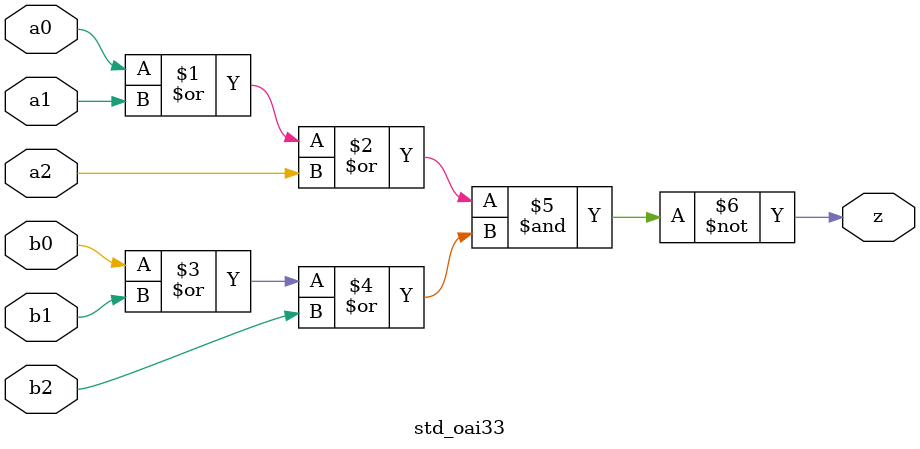
<source format=sv>

module std_oai33 #(parameter DW = 1 ) // array width
(
	input [DW-1:0]  a0,
	input [DW-1:0]  a1,
	input [DW-1:0]  a2,
	input [DW-1:0]  b0,
	input [DW-1:0]  b1,
	input [DW-1:0]  b2, 
	output [DW-1:0] z
);

assign z = ~((a0 | a1 | a2) & (b0 | b1 | b2));

endmodule

</source>
